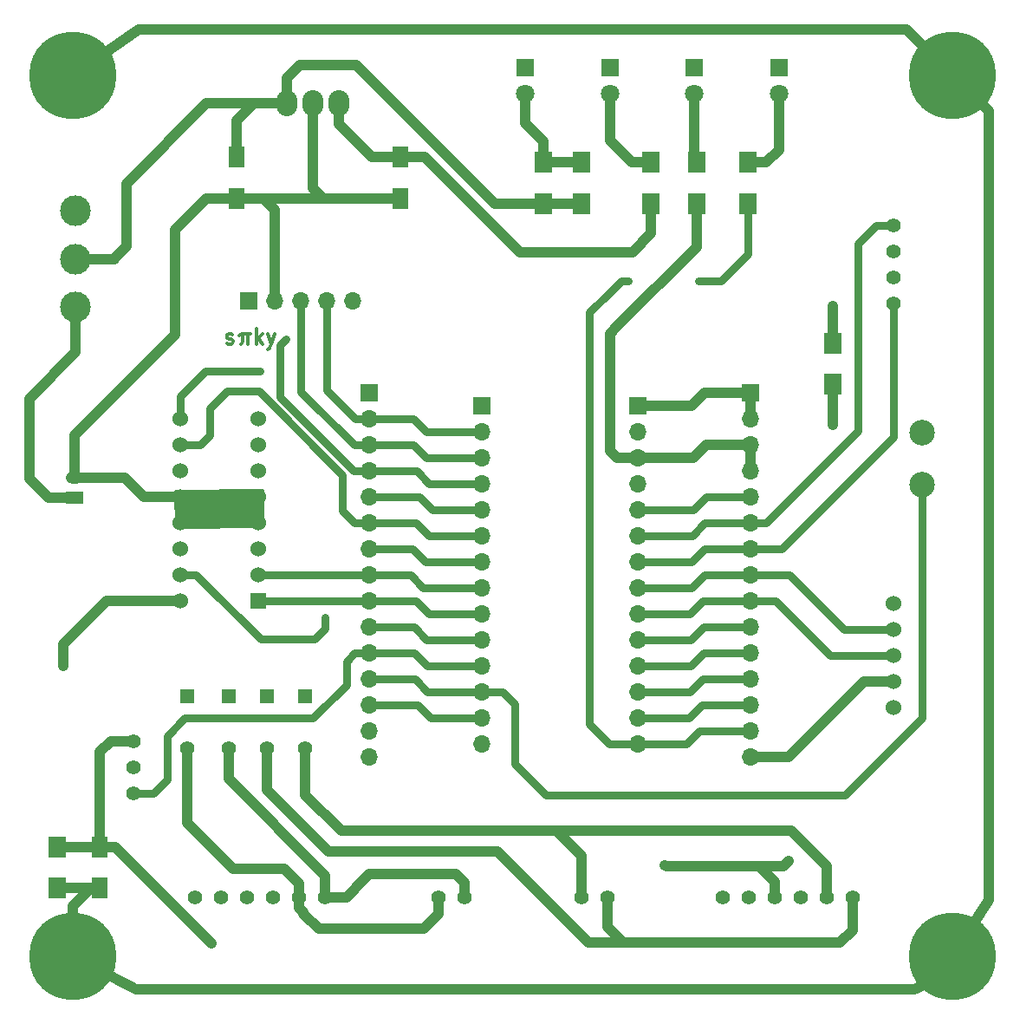
<source format=gtl>
G04 #@! TF.FileFunction,Copper,L1,Top,Signal*
%FSLAX46Y46*%
G04 Gerber Fmt 4.6, Leading zero omitted, Abs format (unit mm)*
G04 Created by KiCad (PCBNEW 4.0.7) date 02/07/18 15:21:04*
%MOMM*%
%LPD*%
G01*
G04 APERTURE LIST*
%ADD10C,0.100000*%
%ADD11C,0.300000*%
%ADD12R,1.397000X1.397000*%
%ADD13C,1.397000*%
%ADD14C,2.499360*%
%ADD15O,2.032000X2.540000*%
%ADD16C,3.000000*%
%ADD17R,1.524000X1.524000*%
%ADD18C,1.524000*%
%ADD19R,1.700000X1.700000*%
%ADD20O,1.700000X1.700000*%
%ADD21C,8.500000*%
%ADD22R,1.700000X2.000000*%
%ADD23R,1.800000X1.800000*%
%ADD24C,1.800000*%
%ADD25R,1.600000X2.000000*%
%ADD26R,1.700000X1.200000*%
%ADD27O,1.700000X1.200000*%
%ADD28C,0.600000*%
%ADD29C,1.000000*%
%ADD30C,0.750000*%
%ADD31C,0.254000*%
G04 APERTURE END LIST*
D10*
D11*
X111078571Y-64907143D02*
X111221428Y-64978571D01*
X111507143Y-64978571D01*
X111650000Y-64907143D01*
X111721428Y-64764286D01*
X111721428Y-64692857D01*
X111650000Y-64550000D01*
X111507143Y-64478571D01*
X111292857Y-64478571D01*
X111150000Y-64407143D01*
X111078571Y-64264286D01*
X111078571Y-64192857D01*
X111150000Y-64050000D01*
X111292857Y-63978571D01*
X111507143Y-63978571D01*
X111650000Y-64050000D01*
X113150000Y-63978571D02*
X113150000Y-64978571D01*
X112650000Y-63978571D02*
X112650000Y-64764286D01*
X112578572Y-64907143D01*
X112435714Y-64978571D01*
X113435714Y-63978571D02*
X112507143Y-63978571D01*
X112364286Y-64050000D01*
X112292857Y-64192857D01*
X114007143Y-64978571D02*
X114007143Y-63478571D01*
X114150000Y-64407143D02*
X114578571Y-64978571D01*
X114578571Y-63978571D02*
X114007143Y-64550000D01*
X115078572Y-63978571D02*
X115435715Y-64978571D01*
X115792857Y-63978571D02*
X115435715Y-64978571D01*
X115292857Y-65335714D01*
X115221429Y-65407143D01*
X115078572Y-65478571D01*
D12*
X107250000Y-99420000D03*
D13*
X107250000Y-104500000D03*
X172200000Y-119000000D03*
X169660000Y-119000000D03*
X167120000Y-119000000D03*
X164580000Y-119000000D03*
X162040000Y-119000000D03*
X159500000Y-119000000D03*
X120700000Y-119000000D03*
X118160000Y-119000000D03*
X115620000Y-119000000D03*
X113080000Y-119000000D03*
X110540000Y-119000000D03*
X108000000Y-119000000D03*
X102000000Y-108830000D03*
X102000000Y-106290000D03*
X102000000Y-103750000D03*
D14*
X179000000Y-73670000D03*
X179000000Y-78750000D03*
D15*
X119500000Y-41500000D03*
X122040000Y-41500000D03*
X116960000Y-41500000D03*
D16*
X96300000Y-61400000D03*
X96300000Y-56700000D03*
X96300000Y-52000000D03*
D17*
X114120000Y-90030000D03*
D18*
X114120000Y-87490000D03*
X114120000Y-84950000D03*
X114120000Y-82410000D03*
X114120000Y-79870000D03*
X114120000Y-79870000D03*
X114120000Y-77330000D03*
X114120000Y-74790000D03*
X114120000Y-72250000D03*
X106500000Y-72250000D03*
X106500000Y-74790000D03*
X106500000Y-77330000D03*
X106500000Y-79870000D03*
X106500000Y-82410000D03*
X106500000Y-84950000D03*
X106500000Y-87490000D03*
X106500000Y-90030000D03*
X176250000Y-90340000D03*
X176250000Y-90340000D03*
X176250000Y-92880000D03*
X176250000Y-92880000D03*
X176250000Y-95420000D03*
X176250000Y-95420000D03*
X176250000Y-97960000D03*
X176250000Y-97960000D03*
X176250000Y-100500000D03*
X176250000Y-100500000D03*
D13*
X176250000Y-53380000D03*
X176250000Y-55920000D03*
X176250000Y-58460000D03*
X176250000Y-61000000D03*
X148290000Y-119000000D03*
X145750000Y-119000000D03*
X134290000Y-119000000D03*
X131750000Y-119000000D03*
D19*
X162250000Y-69750000D03*
D20*
X162250000Y-72290000D03*
X162250000Y-74830000D03*
X162250000Y-77370000D03*
X162250000Y-79910000D03*
X162250000Y-82450000D03*
X162250000Y-84990000D03*
X162250000Y-87530000D03*
X162250000Y-90070000D03*
X162250000Y-92610000D03*
X162250000Y-95150000D03*
X162250000Y-97690000D03*
X162250000Y-100230000D03*
X162250000Y-102770000D03*
X162250000Y-105310000D03*
D19*
X125000000Y-69750000D03*
D20*
X125000000Y-72290000D03*
X125000000Y-74830000D03*
X125000000Y-77370000D03*
X125000000Y-79910000D03*
X125000000Y-82450000D03*
X125000000Y-84990000D03*
X125000000Y-87530000D03*
X125000000Y-90070000D03*
X125000000Y-92610000D03*
X125000000Y-95150000D03*
X125000000Y-97690000D03*
X125000000Y-100230000D03*
X125000000Y-102770000D03*
X125000000Y-105310000D03*
D21*
X96000000Y-38750000D03*
X182000000Y-124750000D03*
X96000000Y-124750000D03*
X182000000Y-38750000D03*
D22*
X162000000Y-51250000D03*
X162000000Y-47250000D03*
X157000000Y-51250000D03*
X157000000Y-47250000D03*
X152500000Y-51250000D03*
X152500000Y-47250000D03*
X145750000Y-51250000D03*
X145750000Y-47250000D03*
X142000000Y-51250000D03*
X142000000Y-47250000D03*
D19*
X113250000Y-60750000D03*
D20*
X115790000Y-60750000D03*
X118330000Y-60750000D03*
X120870000Y-60750000D03*
X123410000Y-60750000D03*
D19*
X151250000Y-71000000D03*
D20*
X151250000Y-73540000D03*
X151250000Y-76080000D03*
X151250000Y-78620000D03*
X151250000Y-81160000D03*
X151250000Y-83700000D03*
X151250000Y-86240000D03*
X151250000Y-88780000D03*
X151250000Y-91320000D03*
X151250000Y-93860000D03*
X151250000Y-96400000D03*
X151250000Y-98940000D03*
X151250000Y-101480000D03*
X151250000Y-104020000D03*
D19*
X136000000Y-71000000D03*
D20*
X136000000Y-73540000D03*
X136000000Y-76080000D03*
X136000000Y-78620000D03*
X136000000Y-81160000D03*
X136000000Y-83700000D03*
X136000000Y-86240000D03*
X136000000Y-88780000D03*
X136000000Y-91320000D03*
X136000000Y-93860000D03*
X136000000Y-96400000D03*
X136000000Y-98940000D03*
X136000000Y-101480000D03*
X136000000Y-104020000D03*
D23*
X165000000Y-38000000D03*
D24*
X165000000Y-40540000D03*
D23*
X156750000Y-38000000D03*
D24*
X156750000Y-40540000D03*
D23*
X148500000Y-38000000D03*
D24*
X148500000Y-40540000D03*
D23*
X140250000Y-38000000D03*
D24*
X140250000Y-40540000D03*
D25*
X128000000Y-46750000D03*
X128000000Y-50750000D03*
X112000000Y-46750000D03*
X112000000Y-50750000D03*
D12*
X111250000Y-99420000D03*
D13*
X111250000Y-104500000D03*
D12*
X115000000Y-99420000D03*
D13*
X115000000Y-104500000D03*
D12*
X118750000Y-99420000D03*
D13*
X118750000Y-104500000D03*
D22*
X170300000Y-68900000D03*
X170300000Y-64900000D03*
D25*
X98700000Y-114100000D03*
X98700000Y-118100000D03*
D22*
X94500000Y-114100000D03*
X94500000Y-118100000D03*
D26*
X96200000Y-80000000D03*
D27*
X96200000Y-78000000D03*
D28*
X166000000Y-115500000D03*
X153900000Y-115900000D03*
X95100000Y-96400000D03*
X116900000Y-64500000D03*
X120700000Y-91700000D03*
X114300000Y-67600000D03*
X150300000Y-58800000D03*
X157200000Y-58800000D03*
X109600000Y-123500000D03*
X112300000Y-82400000D03*
X111000000Y-82400000D03*
X108800000Y-81000000D03*
X111600000Y-81000000D03*
X108000000Y-82400000D03*
X109600000Y-82400000D03*
X112400000Y-79900000D03*
X110900000Y-79900000D03*
X109600000Y-79900000D03*
X108000000Y-79900000D03*
X170300000Y-61300000D03*
X170300000Y-72900000D03*
D29*
X112000000Y-46750000D02*
X112000000Y-43200000D01*
X112000000Y-43200000D02*
X113700000Y-41500000D01*
X100000000Y-56700000D02*
X101300000Y-55400000D01*
X113700000Y-41500000D02*
X116960000Y-41500000D01*
X109100000Y-41500000D02*
X112000000Y-41500000D01*
X112000000Y-41500000D02*
X112400000Y-41500000D01*
X112400000Y-41500000D02*
X113700000Y-41500000D01*
X101300000Y-49300000D02*
X109100000Y-41500000D01*
X101300000Y-55400000D02*
X101300000Y-49300000D01*
X96300000Y-56700000D02*
X100000000Y-56700000D01*
X100000000Y-56700000D02*
X100100000Y-56700000D01*
X116960000Y-41500000D02*
X116960000Y-39040000D01*
X137250000Y-51250000D02*
X142000000Y-51250000D01*
X123750000Y-37750000D02*
X137250000Y-51250000D01*
X118250000Y-37750000D02*
X123750000Y-37750000D01*
X116960000Y-39040000D02*
X118250000Y-37750000D01*
X142000000Y-51250000D02*
X145750000Y-51250000D01*
X152500000Y-51250000D02*
X152500000Y-54200000D01*
X130400000Y-46750000D02*
X128000000Y-46750000D01*
X150700000Y-56000000D02*
X152500000Y-54200000D01*
X139700000Y-56000000D02*
X150700000Y-56000000D01*
X130450000Y-46750000D02*
X139700000Y-56000000D01*
X130400000Y-46750000D02*
X130450000Y-46750000D01*
X122040000Y-41500000D02*
X122040000Y-43540000D01*
X125250000Y-46750000D02*
X128000000Y-46750000D01*
X122040000Y-43540000D02*
X125250000Y-46750000D01*
X165500000Y-116000000D02*
X166000000Y-115500000D01*
X165500000Y-116000000D02*
X163100000Y-116000000D01*
X164580000Y-119000000D02*
X164580000Y-117480000D01*
X164580000Y-117480000D02*
X163100000Y-116000000D01*
X153900000Y-115900000D02*
X154000000Y-116000000D01*
X154000000Y-116000000D02*
X163100000Y-116000000D01*
X99370000Y-90030000D02*
X106500000Y-90030000D01*
X95100000Y-94300000D02*
X99370000Y-90030000D01*
X95100000Y-96400000D02*
X95100000Y-94300000D01*
X151250000Y-71000000D02*
X156500000Y-71000000D01*
X157750000Y-69750000D02*
X162250000Y-69750000D01*
X156500000Y-71000000D02*
X157750000Y-69750000D01*
X162250000Y-69750000D02*
X162250000Y-72290000D01*
D30*
X162250000Y-87530000D02*
X166030000Y-87530000D01*
X171380000Y-92880000D02*
X176250000Y-92880000D01*
X166030000Y-87530000D02*
X171380000Y-92880000D01*
X151250000Y-88780000D02*
X156470000Y-88780000D01*
X157720000Y-87530000D02*
X162250000Y-87530000D01*
X156470000Y-88780000D02*
X157720000Y-87530000D01*
X162250000Y-90070000D02*
X164670000Y-90070000D01*
X172420000Y-95420000D02*
X176250000Y-95420000D01*
X170020000Y-95420000D02*
X172420000Y-95420000D01*
X164670000Y-90070000D02*
X170020000Y-95420000D01*
X151250000Y-91320000D02*
X156320000Y-91320000D01*
X157570000Y-90070000D02*
X162250000Y-90070000D01*
X156320000Y-91320000D02*
X157570000Y-90070000D01*
X172750000Y-56900000D02*
X172750000Y-55150000D01*
X174520000Y-53380000D02*
X176250000Y-53380000D01*
X172750000Y-55150000D02*
X174520000Y-53380000D01*
X162250000Y-82450000D02*
X163800000Y-82450000D01*
X172750000Y-73500000D02*
X172750000Y-56900000D01*
X163800000Y-82450000D02*
X172750000Y-73500000D01*
X151250000Y-83700000D02*
X156550000Y-83700000D01*
X157800000Y-82450000D02*
X162250000Y-82450000D01*
X156550000Y-83700000D02*
X157800000Y-82450000D01*
X176250000Y-61000000D02*
X176250000Y-74050000D01*
X164010000Y-84990000D02*
X162250000Y-84990000D01*
X164020000Y-85000000D02*
X164010000Y-84990000D01*
X165300000Y-85000000D02*
X164020000Y-85000000D01*
X176250000Y-74050000D02*
X165300000Y-85000000D01*
X151250000Y-86240000D02*
X156510000Y-86240000D01*
X157760000Y-84990000D02*
X162250000Y-84990000D01*
X156510000Y-86240000D02*
X157760000Y-84990000D01*
X151250000Y-96400000D02*
X156400000Y-96400000D01*
X157650000Y-95150000D02*
X162250000Y-95150000D01*
X156400000Y-96400000D02*
X157650000Y-95150000D01*
X151250000Y-93860000D02*
X156390000Y-93860000D01*
X157640000Y-92610000D02*
X162250000Y-92610000D01*
X156390000Y-93860000D02*
X157640000Y-92610000D01*
X151250000Y-98940000D02*
X156310000Y-98940000D01*
X156310000Y-98940000D02*
X157560000Y-97690000D01*
X157560000Y-97690000D02*
X162250000Y-97690000D01*
X151250000Y-101480000D02*
X156270000Y-101480000D01*
X156270000Y-101480000D02*
X157520000Y-100230000D01*
X157520000Y-100230000D02*
X162250000Y-100230000D01*
X122750000Y-97400000D02*
X122750000Y-95950000D01*
X119500000Y-101500000D02*
X122750000Y-98250000D01*
X122750000Y-98250000D02*
X122750000Y-97400000D01*
X116750000Y-101500000D02*
X118000000Y-101500000D01*
X103920000Y-108830000D02*
X105250000Y-107500000D01*
X105250000Y-107500000D02*
X105250000Y-103250000D01*
X105250000Y-103250000D02*
X107000000Y-101500000D01*
X107000000Y-101500000D02*
X116750000Y-101500000D01*
X102000000Y-108830000D02*
X103920000Y-108830000D01*
X118000000Y-101500000D02*
X119500000Y-101500000D01*
X123550000Y-95150000D02*
X125000000Y-95150000D01*
X122750000Y-95950000D02*
X123550000Y-95150000D01*
X136000000Y-96400000D02*
X130650000Y-96400000D01*
X129400000Y-95150000D02*
X125000000Y-95150000D01*
X130650000Y-96400000D02*
X129400000Y-95150000D01*
X125000000Y-74830000D02*
X123530000Y-74830000D01*
X118330000Y-68330000D02*
X118330000Y-60750000D01*
X118330000Y-69630000D02*
X118330000Y-68330000D01*
X123530000Y-74830000D02*
X118330000Y-69630000D01*
X136000000Y-76080000D02*
X130580000Y-76080000D01*
X129330000Y-74830000D02*
X125000000Y-74830000D01*
X130580000Y-76080000D02*
X129330000Y-74830000D01*
X120870000Y-60750000D02*
X120870000Y-69526494D01*
X123633506Y-72290000D02*
X125000000Y-72290000D01*
X120870000Y-69526494D02*
X123633506Y-72290000D01*
X136000000Y-73540000D02*
X130540000Y-73540000D01*
X129290000Y-72290000D02*
X125000000Y-72290000D01*
X130540000Y-73540000D02*
X129290000Y-72290000D01*
X125000000Y-77370000D02*
X123470000Y-77370000D01*
X116300000Y-68100000D02*
X116300000Y-65100000D01*
X116300000Y-65100000D02*
X116900000Y-64500000D01*
X116300000Y-70200000D02*
X116300000Y-68100000D01*
X123470000Y-77370000D02*
X116300000Y-70200000D01*
X136000000Y-78620000D02*
X130870000Y-78620000D01*
X129620000Y-77370000D02*
X125000000Y-77370000D01*
X130870000Y-78620000D02*
X129620000Y-77370000D01*
X125000000Y-87530000D02*
X114160000Y-87530000D01*
X136000000Y-88780000D02*
X130280000Y-88780000D01*
X129030000Y-87530000D02*
X125000000Y-87530000D01*
X130280000Y-88780000D02*
X129030000Y-87530000D01*
X136000000Y-81160000D02*
X131160000Y-81160000D01*
X131160000Y-81160000D02*
X129910000Y-79910000D01*
X129910000Y-79910000D02*
X125000000Y-79910000D01*
X108090000Y-87490000D02*
X106500000Y-87490000D01*
X114400000Y-93800000D02*
X108090000Y-87490000D01*
X119700000Y-93800000D02*
X114400000Y-93800000D01*
X120700000Y-92800000D02*
X119700000Y-93800000D01*
X120700000Y-91700000D02*
X120700000Y-92800000D01*
X136000000Y-86240000D02*
X130510000Y-86240000D01*
X129260000Y-84990000D02*
X125000000Y-84990000D01*
X130510000Y-86240000D02*
X129260000Y-84990000D01*
X125000000Y-82450000D02*
X123550000Y-82450000D01*
X108510000Y-74790000D02*
X106500000Y-74790000D01*
X109400000Y-73900000D02*
X108510000Y-74790000D01*
X109400000Y-71300000D02*
X109400000Y-73900000D01*
X111100000Y-69600000D02*
X109400000Y-71300000D01*
X114200000Y-69600000D02*
X111100000Y-69600000D01*
X122400000Y-77800000D02*
X114200000Y-69600000D01*
X122400000Y-81300000D02*
X122400000Y-77800000D01*
X123550000Y-82450000D02*
X122400000Y-81300000D01*
X136000000Y-83700000D02*
X130800000Y-83700000D01*
X129550000Y-82450000D02*
X125000000Y-82450000D01*
X130800000Y-83700000D02*
X129550000Y-82450000D01*
X125000000Y-90070000D02*
X114160000Y-90070000D01*
X136000000Y-91320000D02*
X130820000Y-91320000D01*
X129570000Y-90070000D02*
X125000000Y-90070000D01*
X130820000Y-91320000D02*
X129570000Y-90070000D01*
X109000000Y-67600000D02*
X114300000Y-67600000D01*
X106500000Y-70100000D02*
X109000000Y-67600000D01*
X106500000Y-72250000D02*
X106500000Y-70100000D01*
X136000000Y-93860000D02*
X130610000Y-93860000D01*
X130610000Y-93860000D02*
X129360000Y-92610000D01*
X129360000Y-92610000D02*
X125000000Y-92610000D01*
X136000000Y-98940000D02*
X138040000Y-98940000D01*
X179000000Y-101500000D02*
X171500000Y-109000000D01*
X171500000Y-109000000D02*
X142250000Y-109000000D01*
X142250000Y-109000000D02*
X139250000Y-106000000D01*
X139250000Y-106000000D02*
X139250000Y-102190000D01*
X179000000Y-101500000D02*
X179000000Y-78750000D01*
X139250000Y-100150000D02*
X139250000Y-102190000D01*
X138040000Y-98940000D02*
X139250000Y-100150000D01*
X136000000Y-98940000D02*
X130690000Y-98940000D01*
X129440000Y-97690000D02*
X125000000Y-97690000D01*
X130690000Y-98940000D02*
X129440000Y-97690000D01*
D29*
X151250000Y-76080000D02*
X149180000Y-76080000D01*
X148500000Y-64000000D02*
X149250000Y-63250000D01*
X148500000Y-75400000D02*
X148500000Y-64000000D01*
X149180000Y-76080000D02*
X148500000Y-75400000D01*
X157000000Y-55500000D02*
X157000000Y-51250000D01*
X149250000Y-63250000D02*
X157000000Y-55500000D01*
X151250000Y-76080000D02*
X156670000Y-76080000D01*
X157920000Y-74830000D02*
X162250000Y-74830000D01*
X156670000Y-76080000D02*
X157920000Y-74830000D01*
X162250000Y-74830000D02*
X162250000Y-77370000D01*
D30*
X148500000Y-59900000D02*
X149600000Y-58800000D01*
X148500000Y-59900000D02*
X146500000Y-61900000D01*
X146500000Y-61900000D02*
X146500000Y-63750000D01*
X151250000Y-104020000D02*
X148420000Y-104020000D01*
X146500000Y-99750000D02*
X146500000Y-63750000D01*
X146500000Y-102100000D02*
X146500000Y-99750000D01*
X148420000Y-104020000D02*
X146500000Y-102100000D01*
X159400000Y-58800000D02*
X157200000Y-58800000D01*
X162000000Y-56200000D02*
X159400000Y-58800000D01*
X162000000Y-56200000D02*
X162000000Y-51250000D01*
X149600000Y-58800000D02*
X150300000Y-58800000D01*
X151250000Y-104020000D02*
X155980000Y-104020000D01*
X157230000Y-102770000D02*
X162250000Y-102770000D01*
X155980000Y-104020000D02*
X157230000Y-102770000D01*
D29*
X142000000Y-47250000D02*
X142000000Y-45200000D01*
X142000000Y-45200000D02*
X140250000Y-43450000D01*
X140250000Y-40540000D02*
X140250000Y-43450000D01*
X142000000Y-47250000D02*
X145750000Y-47250000D01*
X152500000Y-47250000D02*
X150650000Y-47250000D01*
X148500000Y-43250000D02*
X148500000Y-40540000D01*
X148500000Y-45100000D02*
X148500000Y-43250000D01*
X150650000Y-47250000D02*
X148500000Y-45100000D01*
X156750000Y-40540000D02*
X156750000Y-47000000D01*
X162000000Y-47250000D02*
X163750000Y-47250000D01*
X165000000Y-46000000D02*
X165000000Y-40540000D01*
X163750000Y-47250000D02*
X165000000Y-46000000D01*
D30*
X136000000Y-101480000D02*
X130980000Y-101480000D01*
X129730000Y-100230000D02*
X125000000Y-100230000D01*
X130980000Y-101480000D02*
X129730000Y-100230000D01*
X151250000Y-81160000D02*
X156660000Y-81160000D01*
X157910000Y-79910000D02*
X162250000Y-79910000D01*
X156660000Y-81160000D02*
X157910000Y-79910000D01*
D29*
X148290000Y-120040000D02*
X148290000Y-121890000D01*
X148290000Y-119000000D02*
X148290000Y-120040000D01*
X148290000Y-121890000D02*
X149800000Y-123400000D01*
X172200000Y-120700000D02*
X172200000Y-122200000D01*
X172200000Y-119000000D02*
X172200000Y-120700000D01*
X146400000Y-123400000D02*
X138600000Y-115600000D01*
X171000000Y-123400000D02*
X149800000Y-123400000D01*
X149800000Y-123400000D02*
X146400000Y-123400000D01*
X172200000Y-122200000D02*
X171000000Y-123400000D01*
X115000000Y-108500000D02*
X115000000Y-104500000D01*
X137500000Y-114500000D02*
X138600000Y-115600000D01*
X121000000Y-114500000D02*
X137500000Y-114500000D01*
X121000000Y-114500000D02*
X115000000Y-108500000D01*
X120700000Y-119000000D02*
X120700000Y-116900000D01*
X111250000Y-107450000D02*
X111250000Y-104500000D01*
X120700000Y-116900000D02*
X111250000Y-107450000D01*
X132040000Y-116750000D02*
X133450000Y-116750000D01*
X122750000Y-119000000D02*
X124500000Y-117250000D01*
X124500000Y-117250000D02*
X125000000Y-116750000D01*
X125000000Y-116750000D02*
X132040000Y-116750000D01*
X120700000Y-119000000D02*
X122750000Y-119000000D01*
X134290000Y-117590000D02*
X134290000Y-119000000D01*
X133450000Y-116750000D02*
X134290000Y-117590000D01*
X139300000Y-112500000D02*
X143300000Y-112500000D01*
X145750000Y-119000000D02*
X145750000Y-114950000D01*
X145750000Y-114950000D02*
X143300000Y-112500000D01*
X118750000Y-109000000D02*
X122250000Y-112500000D01*
X122250000Y-112500000D02*
X139250000Y-112500000D01*
X118750000Y-104500000D02*
X118750000Y-109000000D01*
X143300000Y-112500000D02*
X164400000Y-112500000D01*
X164400000Y-112500000D02*
X166200000Y-112500000D01*
X166200000Y-112500000D02*
X169660000Y-115960000D01*
X169660000Y-115960000D02*
X169660000Y-119000000D01*
X131750000Y-119000000D02*
X131750000Y-120650000D01*
X118600000Y-120600000D02*
X120100000Y-122100000D01*
X120100000Y-122100000D02*
X128650000Y-122100000D01*
X118160000Y-120060000D02*
X118160000Y-119000000D01*
X118600000Y-120500000D02*
X118160000Y-120060000D01*
X118600000Y-120500000D02*
X118600000Y-120600000D01*
X130300000Y-122100000D02*
X128650000Y-122100000D01*
X131750000Y-120650000D02*
X130300000Y-122100000D01*
X107250000Y-104500000D02*
X107250000Y-111750000D01*
X118160000Y-117660000D02*
X118160000Y-119000000D01*
X116700000Y-116200000D02*
X118160000Y-117660000D01*
X111700000Y-116200000D02*
X116700000Y-116200000D01*
X107250000Y-111750000D02*
X111700000Y-116200000D01*
X96200000Y-78000000D02*
X101100000Y-78000000D01*
X101100000Y-78000000D02*
X102970000Y-79870000D01*
X100200000Y-114100000D02*
X98700000Y-114100000D01*
X109600000Y-123500000D02*
X100200000Y-114100000D01*
X98700000Y-114100000D02*
X98700000Y-104800000D01*
X98700000Y-104800000D02*
X99750000Y-103750000D01*
X99750000Y-103750000D02*
X102000000Y-103750000D01*
X112000000Y-82100000D02*
X112400000Y-79900000D01*
X108000000Y-79900000D02*
X108000000Y-80200000D01*
X108000000Y-80200000D02*
X108800000Y-81000000D01*
X111600000Y-81000000D02*
X112300000Y-82000000D01*
X112300000Y-82000000D02*
X112300000Y-82400000D01*
X106500000Y-82410000D02*
X107990000Y-82410000D01*
X107990000Y-82410000D02*
X108000000Y-82400000D01*
X109600000Y-82400000D02*
X111000000Y-82400000D01*
X112390000Y-82310000D02*
X114120000Y-82410000D01*
X112300000Y-82400000D02*
X112390000Y-82310000D01*
X106500000Y-79870000D02*
X107970000Y-79870000D01*
X112430000Y-79870000D02*
X114120000Y-79870000D01*
X112400000Y-79900000D02*
X112430000Y-79870000D01*
X109600000Y-79900000D02*
X110900000Y-79900000D01*
X107970000Y-79870000D02*
X108000000Y-79900000D01*
X106500000Y-82410000D02*
X106770000Y-82410000D01*
X96200000Y-78000000D02*
X96200000Y-73900000D01*
X109050000Y-50750000D02*
X112000000Y-50750000D01*
X106000000Y-53800000D02*
X109050000Y-50750000D01*
X106000000Y-64100000D02*
X106000000Y-53800000D01*
X96200000Y-73900000D02*
X106000000Y-64100000D01*
X102970000Y-79870000D02*
X106500000Y-79870000D01*
X170300000Y-64900000D02*
X170300000Y-61300000D01*
X94500000Y-114100000D02*
X98700000Y-114100000D01*
X106500000Y-79870000D02*
X106760000Y-79870000D01*
X176250000Y-97960000D02*
X173340000Y-97960000D01*
X165990000Y-105310000D02*
X162250000Y-105310000D01*
X173340000Y-97960000D02*
X165990000Y-105310000D01*
X115790000Y-56400000D02*
X115790000Y-51890000D01*
X115790000Y-51890000D02*
X114650000Y-50750000D01*
X119500000Y-41500000D02*
X119500000Y-49750000D01*
X119500000Y-49750000D02*
X120500000Y-50750000D01*
X115790000Y-56290000D02*
X115790000Y-56400000D01*
X115790000Y-56400000D02*
X115790000Y-60750000D01*
X116750000Y-50750000D02*
X114650000Y-50750000D01*
X114650000Y-50750000D02*
X112000000Y-50750000D01*
X128000000Y-50750000D02*
X120500000Y-50750000D01*
X120500000Y-50750000D02*
X112000000Y-50750000D01*
X106500000Y-82410000D02*
X106500000Y-82130000D01*
X98700000Y-118100000D02*
X97800000Y-118100000D01*
X96000000Y-119900000D02*
X96000000Y-124750000D01*
X97800000Y-118100000D02*
X96000000Y-119900000D01*
X94500000Y-118100000D02*
X98700000Y-118100000D01*
X182000000Y-38750000D02*
X177500000Y-34250000D01*
X185500000Y-45500000D02*
X185500000Y-42250000D01*
X185500000Y-119250000D02*
X185500000Y-45500000D01*
X182000000Y-124750000D02*
X185500000Y-119250000D01*
X185500000Y-42250000D02*
X182000000Y-38750000D01*
X102500000Y-34250000D02*
X96000000Y-38750000D01*
X177500000Y-34250000D02*
X102500000Y-34250000D01*
X96000000Y-124750000D02*
X102250000Y-128000000D01*
X102250000Y-128000000D02*
X178250000Y-128000000D01*
X178250000Y-128000000D02*
X182000000Y-126250000D01*
X182000000Y-126250000D02*
X182000000Y-124750000D01*
X96300000Y-61400000D02*
X96300000Y-65800000D01*
X93700000Y-80000000D02*
X96200000Y-80000000D01*
X91800000Y-78100000D02*
X93700000Y-80000000D01*
X91800000Y-70300000D02*
X91800000Y-78100000D01*
X96300000Y-65800000D02*
X91800000Y-70300000D01*
X170300000Y-72900000D02*
X170300000Y-68900000D01*
D31*
G36*
X114573000Y-82774451D02*
X106123576Y-82871571D01*
X106027737Y-79325557D01*
X114573000Y-79228452D01*
X114573000Y-82774451D01*
X114573000Y-82774451D01*
G37*
X114573000Y-82774451D02*
X106123576Y-82871571D01*
X106027737Y-79325557D01*
X114573000Y-79228452D01*
X114573000Y-82774451D01*
M02*

</source>
